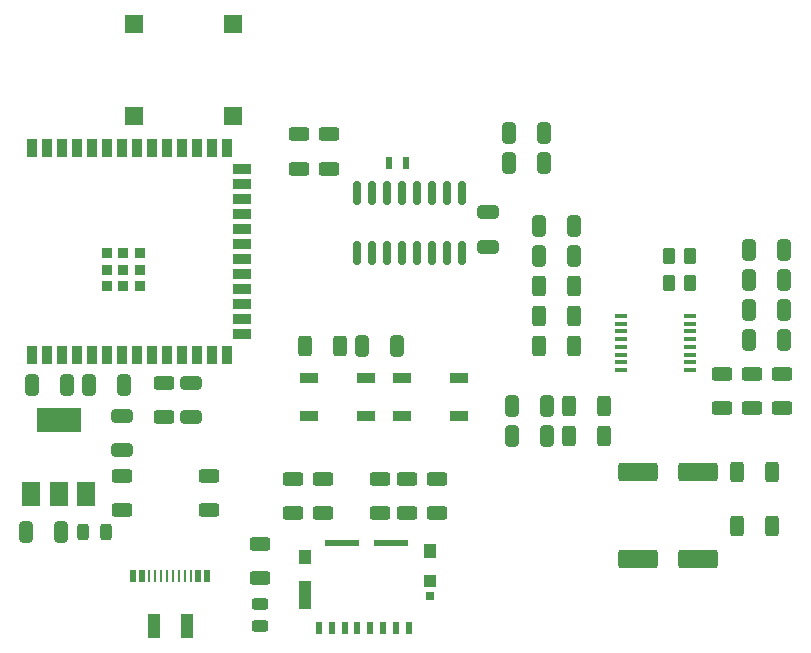
<source format=gbr>
%TF.GenerationSoftware,KiCad,Pcbnew,7.0.10-7.0.10~ubuntu22.04.1*%
%TF.CreationDate,2024-02-09T23:22:05+01:00*%
%TF.ProjectId,mp3alarm,6d703361-6c61-4726-9d2e-6b696361645f,v0.2*%
%TF.SameCoordinates,Original*%
%TF.FileFunction,Paste,Top*%
%TF.FilePolarity,Positive*%
%FSLAX46Y46*%
G04 Gerber Fmt 4.6, Leading zero omitted, Abs format (unit mm)*
G04 Created by KiCad (PCBNEW 7.0.10-7.0.10~ubuntu22.04.1) date 2024-02-09 23:22:05*
%MOMM*%
%LPD*%
G01*
G04 APERTURE LIST*
G04 Aperture macros list*
%AMRoundRect*
0 Rectangle with rounded corners*
0 $1 Rounding radius*
0 $2 $3 $4 $5 $6 $7 $8 $9 X,Y pos of 4 corners*
0 Add a 4 corners polygon primitive as box body*
4,1,4,$2,$3,$4,$5,$6,$7,$8,$9,$2,$3,0*
0 Add four circle primitives for the rounded corners*
1,1,$1+$1,$2,$3*
1,1,$1+$1,$4,$5*
1,1,$1+$1,$6,$7*
1,1,$1+$1,$8,$9*
0 Add four rect primitives between the rounded corners*
20,1,$1+$1,$2,$3,$4,$5,0*
20,1,$1+$1,$4,$5,$6,$7,0*
20,1,$1+$1,$6,$7,$8,$9,0*
20,1,$1+$1,$8,$9,$2,$3,0*%
G04 Aperture macros list end*
%ADD10R,1.500000X0.900000*%
%ADD11RoundRect,0.250000X-0.325000X-0.650000X0.325000X-0.650000X0.325000X0.650000X-0.325000X0.650000X0*%
%ADD12R,0.500000X1.000000*%
%ADD13R,0.720000X0.780000*%
%ADD14R,1.050000X1.080000*%
%ADD15R,1.050000X1.200000*%
%ADD16R,1.050000X2.390000*%
%ADD17R,2.910000X0.550000*%
%ADD18RoundRect,0.250000X-0.312500X-0.625000X0.312500X-0.625000X0.312500X0.625000X-0.312500X0.625000X0*%
%ADD19RoundRect,0.250000X0.312500X0.625000X-0.312500X0.625000X-0.312500X-0.625000X0.312500X-0.625000X0*%
%ADD20R,1.000000X2.000000*%
%ADD21R,0.520000X1.000000*%
%ADD22R,0.270000X1.000000*%
%ADD23RoundRect,0.250000X0.625000X-0.312500X0.625000X0.312500X-0.625000X0.312500X-0.625000X-0.312500X0*%
%ADD24RoundRect,0.250000X0.325000X0.650000X-0.325000X0.650000X-0.325000X-0.650000X0.325000X-0.650000X0*%
%ADD25RoundRect,0.250000X0.262500X0.450000X-0.262500X0.450000X-0.262500X-0.450000X0.262500X-0.450000X0*%
%ADD26R,1.500000X1.500000*%
%ADD27R,0.900000X1.500000*%
%ADD28R,0.900000X0.900000*%
%ADD29RoundRect,0.243750X0.456250X-0.243750X0.456250X0.243750X-0.456250X0.243750X-0.456250X-0.243750X0*%
%ADD30R,1.500000X2.000000*%
%ADD31R,3.800000X2.000000*%
%ADD32RoundRect,0.250000X0.650000X-0.325000X0.650000X0.325000X-0.650000X0.325000X-0.650000X-0.325000X0*%
%ADD33RoundRect,0.250000X1.412500X0.550000X-1.412500X0.550000X-1.412500X-0.550000X1.412500X-0.550000X0*%
%ADD34R,1.000000X0.400000*%
%ADD35RoundRect,0.150000X-0.150000X0.850000X-0.150000X-0.850000X0.150000X-0.850000X0.150000X0.850000X0*%
%ADD36RoundRect,0.250000X-0.262500X-0.450000X0.262500X-0.450000X0.262500X0.450000X-0.262500X0.450000X0*%
%ADD37RoundRect,0.250000X-0.625000X0.312500X-0.625000X-0.312500X0.625000X-0.312500X0.625000X0.312500X0*%
%ADD38RoundRect,0.243750X-0.243750X-0.456250X0.243750X-0.456250X0.243750X0.456250X-0.243750X0.456250X0*%
%ADD39R,0.600000X1.100000*%
%ADD40RoundRect,0.250000X-0.650000X0.325000X-0.650000X-0.325000X0.650000X-0.325000X0.650000X0.325000X0*%
G04 APERTURE END LIST*
D10*
%TO.C,D1*%
X74078000Y-88772000D03*
X74078000Y-85472000D03*
X69178000Y-85472000D03*
X69178000Y-88772000D03*
%TD*%
D11*
%TO.C,C1*%
X86155000Y-67310000D03*
X89105000Y-67310000D03*
%TD*%
D12*
%TO.C,J7*%
X77718000Y-106689716D03*
X76618000Y-106689716D03*
X75518000Y-106689716D03*
X74418000Y-106689716D03*
X73318000Y-106689716D03*
X72218000Y-106689716D03*
X71118000Y-106689716D03*
X70018000Y-106689716D03*
D13*
X79478000Y-104009716D03*
D14*
X79493000Y-102739716D03*
D15*
X79493000Y-100129716D03*
X68843000Y-100699716D03*
D16*
X68843000Y-103884716D03*
D17*
X76154000Y-99454716D03*
X71964000Y-99454716D03*
%TD*%
D18*
%TO.C,R1*%
X68895500Y-82804000D03*
X71820500Y-82804000D03*
%TD*%
D19*
%TO.C,R10*%
X108396500Y-93472000D03*
X105471500Y-93472000D03*
%TD*%
D20*
%TO.C,J11*%
X56052000Y-106478000D03*
X58852000Y-106478000D03*
D21*
X54352000Y-102278000D03*
X55102000Y-102278000D03*
D22*
X55702000Y-102278000D03*
X57202000Y-102278000D03*
X58202000Y-102278000D03*
X59202000Y-102278000D03*
D21*
X59802000Y-102278000D03*
X60552000Y-102278000D03*
X60552000Y-102278000D03*
X59802000Y-102278000D03*
D22*
X58702000Y-102278000D03*
X57702000Y-102278000D03*
X56702000Y-102278000D03*
X56202000Y-102278000D03*
D21*
X55102000Y-102278000D03*
X54352000Y-102278000D03*
%TD*%
D23*
%TO.C,R13*%
X67818000Y-96966500D03*
X67818000Y-94041500D03*
%TD*%
%TO.C,R11*%
X75184000Y-96966500D03*
X75184000Y-94041500D03*
%TD*%
D24*
%TO.C,C13*%
X91645000Y-75184000D03*
X88695000Y-75184000D03*
%TD*%
D25*
%TO.C,FB2*%
X101496500Y-75184000D03*
X99671500Y-75184000D03*
%TD*%
D26*
%TO.C,SW2*%
X62738000Y-63336000D03*
X62738000Y-55536000D03*
%TD*%
D11*
%TO.C,C12*%
X106475000Y-77216000D03*
X109425000Y-77216000D03*
%TD*%
D27*
%TO.C,U3*%
X45750000Y-83580000D03*
X47020000Y-83580000D03*
X48290000Y-83580000D03*
X49560000Y-83580000D03*
X50830000Y-83580000D03*
X52100000Y-83580000D03*
X53370000Y-83580000D03*
X54640000Y-83580000D03*
X55910000Y-83580000D03*
X57180000Y-83580000D03*
X58450000Y-83580000D03*
X59720000Y-83580000D03*
X60990000Y-83580000D03*
X62260000Y-83580000D03*
D10*
X63510000Y-81815000D03*
X63510000Y-80545000D03*
X63510000Y-79275000D03*
X63510000Y-78005000D03*
X63510000Y-76735000D03*
X63510000Y-75465000D03*
X63510000Y-74195000D03*
X63510000Y-72925000D03*
X63510000Y-71655000D03*
X63510000Y-70385000D03*
X63510000Y-69115000D03*
X63510000Y-67845000D03*
D27*
X62260000Y-66080000D03*
X60990000Y-66080000D03*
X59720000Y-66080000D03*
X58450000Y-66080000D03*
X57180000Y-66080000D03*
X55910000Y-66080000D03*
X54640000Y-66080000D03*
X53370000Y-66080000D03*
X52100000Y-66080000D03*
X50830000Y-66080000D03*
X49560000Y-66080000D03*
X48290000Y-66080000D03*
X47020000Y-66080000D03*
X45750000Y-66080000D03*
D28*
X52070000Y-77730000D03*
X53470000Y-77730000D03*
X54870000Y-77730000D03*
X54870000Y-77730000D03*
X52070000Y-76330000D03*
X52070000Y-76330000D03*
X53470000Y-76330000D03*
X54870000Y-76330000D03*
X52070000Y-74930000D03*
X53470000Y-74930000D03*
X54870000Y-74930000D03*
%TD*%
D24*
%TO.C,C21*%
X89105000Y-64770000D03*
X86155000Y-64770000D03*
%TD*%
D18*
%TO.C,R16*%
X105471500Y-98044000D03*
X108396500Y-98044000D03*
%TD*%
D23*
%TO.C,R8*%
X56896000Y-88838500D03*
X56896000Y-85913500D03*
%TD*%
D11*
%TO.C,C4*%
X45261000Y-98552000D03*
X48211000Y-98552000D03*
%TD*%
D18*
%TO.C,R21*%
X88707500Y-82804000D03*
X91632500Y-82804000D03*
%TD*%
D29*
%TO.C,D4*%
X65024000Y-106523000D03*
X65024000Y-104648000D03*
%TD*%
D24*
%TO.C,C20*%
X109425000Y-79756000D03*
X106475000Y-79756000D03*
%TD*%
D18*
%TO.C,R23*%
X88707500Y-77724000D03*
X91632500Y-77724000D03*
%TD*%
D23*
%TO.C,R24*%
X106680000Y-88076500D03*
X106680000Y-85151500D03*
%TD*%
D30*
%TO.C,U4*%
X45706000Y-95352000D03*
X48006000Y-95352000D03*
D31*
X48006000Y-89052000D03*
D30*
X50306000Y-95352000D03*
%TD*%
D23*
%TO.C,R12*%
X70358000Y-96966500D03*
X70358000Y-94041500D03*
%TD*%
%TO.C,R20*%
X109220000Y-88076500D03*
X109220000Y-85151500D03*
%TD*%
%TO.C,R2*%
X70866000Y-67818000D03*
X70866000Y-64893000D03*
%TD*%
D18*
%TO.C,R19*%
X88707500Y-80264000D03*
X91632500Y-80264000D03*
%TD*%
D23*
%TO.C,R15*%
X77470000Y-96966500D03*
X77470000Y-94041500D03*
%TD*%
D19*
%TO.C,R17*%
X94172500Y-87884000D03*
X91247500Y-87884000D03*
%TD*%
D32*
%TO.C,C7*%
X59182000Y-88851000D03*
X59182000Y-85901000D03*
%TD*%
D33*
%TO.C,C15*%
X102105500Y-93472000D03*
X97030500Y-93472000D03*
%TD*%
D11*
%TO.C,C10*%
X45769000Y-86106000D03*
X48719000Y-86106000D03*
%TD*%
D26*
%TO.C,SW1*%
X54356000Y-63336000D03*
X54356000Y-55536000D03*
%TD*%
D34*
%TO.C,U2*%
X95652000Y-80275000D03*
X95652000Y-80925000D03*
X95652000Y-81575000D03*
X95652000Y-82225000D03*
X95652000Y-82875000D03*
X95652000Y-83525000D03*
X95652000Y-84175000D03*
X95652000Y-84825000D03*
X101452000Y-84825000D03*
X101452000Y-84175000D03*
X101452000Y-83525000D03*
X101452000Y-82875000D03*
X101452000Y-82225000D03*
X101452000Y-81575000D03*
X101452000Y-80925000D03*
X101452000Y-80275000D03*
%TD*%
D11*
%TO.C,C11*%
X106475000Y-74676000D03*
X109425000Y-74676000D03*
%TD*%
D35*
%TO.C,IC1*%
X82169000Y-69890000D03*
X80899000Y-69890000D03*
X79629000Y-69890000D03*
X78359000Y-69890000D03*
X77089000Y-69890000D03*
X75819000Y-69890000D03*
X74549000Y-69890000D03*
X73279000Y-69890000D03*
X73279000Y-74890000D03*
X74549000Y-74890000D03*
X75819000Y-74890000D03*
X77089000Y-74890000D03*
X78359000Y-74890000D03*
X79629000Y-74890000D03*
X80899000Y-74890000D03*
X82169000Y-74890000D03*
%TD*%
D24*
%TO.C,C3*%
X76659000Y-82804000D03*
X73709000Y-82804000D03*
%TD*%
D36*
%TO.C,FB1*%
X99671500Y-77470000D03*
X101496500Y-77470000D03*
%TD*%
D23*
%TO.C,R22*%
X104140000Y-88076500D03*
X104140000Y-85151500D03*
%TD*%
D37*
%TO.C,R7*%
X60706000Y-93787500D03*
X60706000Y-96712500D03*
%TD*%
D24*
%TO.C,C19*%
X109425000Y-82296000D03*
X106475000Y-82296000D03*
%TD*%
D23*
%TO.C,R3*%
X68326000Y-67818000D03*
X68326000Y-64893000D03*
%TD*%
D38*
%TO.C,D3*%
X50116500Y-98552000D03*
X51991500Y-98552000D03*
%TD*%
D11*
%TO.C,C18*%
X86409000Y-90424000D03*
X89359000Y-90424000D03*
%TD*%
D33*
%TO.C,C16*%
X102105500Y-100838000D03*
X97030500Y-100838000D03*
%TD*%
D10*
%TO.C,D2*%
X81952000Y-88772000D03*
X81952000Y-85472000D03*
X77052000Y-85472000D03*
X77052000Y-88772000D03*
%TD*%
D32*
%TO.C,C5*%
X53340000Y-91645000D03*
X53340000Y-88695000D03*
%TD*%
D37*
%TO.C,R6*%
X53340000Y-93787500D03*
X53340000Y-96712500D03*
%TD*%
D24*
%TO.C,C6*%
X53545000Y-86106000D03*
X50595000Y-86106000D03*
%TD*%
D23*
%TO.C,R14*%
X80010000Y-96966500D03*
X80010000Y-94041500D03*
%TD*%
D24*
%TO.C,C17*%
X89359000Y-87884000D03*
X86409000Y-87884000D03*
%TD*%
%TO.C,C14*%
X91645000Y-72644000D03*
X88695000Y-72644000D03*
%TD*%
D39*
%TO.C,Y1*%
X76008000Y-67310000D03*
X77408000Y-67310000D03*
%TD*%
D23*
%TO.C,R9*%
X65024000Y-102476000D03*
X65024000Y-99551000D03*
%TD*%
D40*
%TO.C,C2*%
X84328000Y-71472000D03*
X84328000Y-74422000D03*
%TD*%
D19*
%TO.C,R18*%
X94172500Y-90424000D03*
X91247500Y-90424000D03*
%TD*%
M02*

</source>
